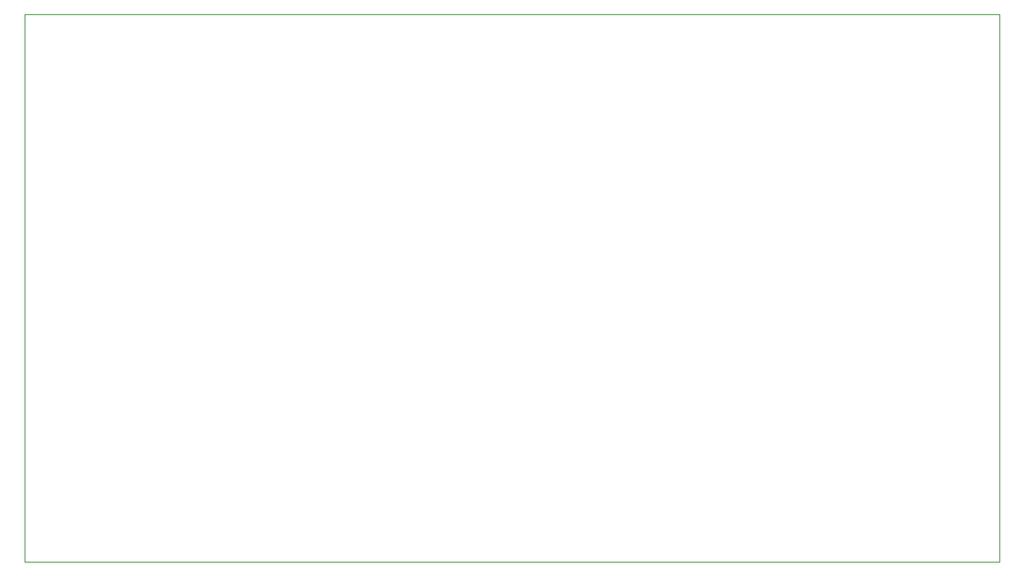
<source format=gbr>
%TF.GenerationSoftware,KiCad,Pcbnew,7.0.1*%
%TF.CreationDate,2023-03-14T08:07:41-04:00*%
%TF.ProjectId,Macropad,4d616372-6f70-4616-942e-6b696361645f,rev?*%
%TF.SameCoordinates,Original*%
%TF.FileFunction,Profile,NP*%
%FSLAX46Y46*%
G04 Gerber Fmt 4.6, Leading zero omitted, Abs format (unit mm)*
G04 Created by KiCad (PCBNEW 7.0.1) date 2023-03-14 08:07:41*
%MOMM*%
%LPD*%
G01*
G04 APERTURE LIST*
%TA.AperFunction,Profile*%
%ADD10C,0.100000*%
%TD*%
G04 APERTURE END LIST*
D10*
X101500000Y-73500000D02*
X205500000Y-73500000D01*
X205500000Y-132000000D01*
X101500000Y-132000000D01*
X101500000Y-73500000D01*
M02*

</source>
